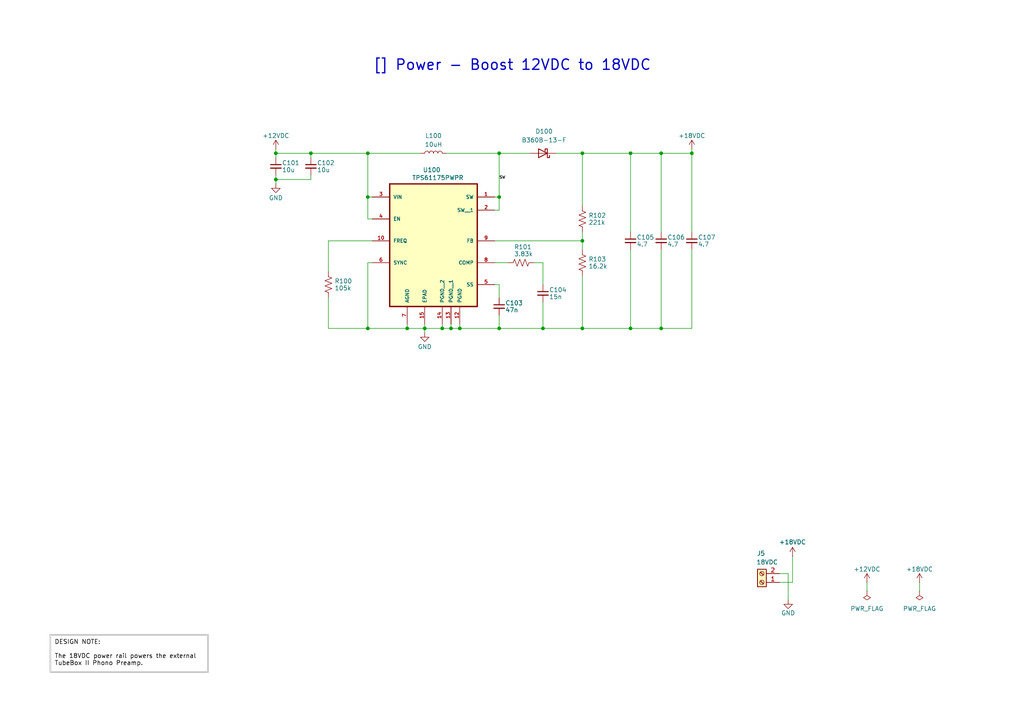
<source format=kicad_sch>
(kicad_sch (version 20250114) (generator "eeschema") (generator_version "9.0")
  (paper "A4")
  (title_block (title "Power - Boost 12VDC to 18VDC") (date "2025-07-13") (rev "1.2") (company "Wattle Labs"))
  (lib_symbols
    (symbol "Connector:Screw_Terminal_01x02" (pin_names (offset 1.016) (hide yes))
      (property "Reference" "J" (at 0 2.54 0))
      (property "Value" "Screw_Terminal_01x02" (at 0 -5.08 0))
      (symbol "Screw_Terminal_01x02_1_1"
        (rectangle (start -1.27 1.27) (end 1.27 -3.81) (stroke (width 0.254)) (fill (type background)))
        (polyline (pts (xy -0.5334 0.3302) (xy 0.3302 -0.508)) (stroke (width 0.1524)))
        (polyline (pts (xy -0.5334 -2.2098) (xy 0.3302 -3.048)) (stroke (width 0.1524)))
        (polyline (pts (xy -0.3556 0.508) (xy 0.508 -0.3302)) (stroke (width 0.1524)))
        (polyline (pts (xy -0.3556 -2.032) (xy 0.508 -2.8702)) (stroke (width 0.1524)))
        (circle (center 0 0) (radius 0.635) (stroke (width 0.1524)))
        (circle (center 0 -2.54) (radius 0.635) (stroke (width 0.1524)))
        (pin passive line (at -5.08 0 0) (length 3.81) (name "Pin_1") (number "1"))
        (pin passive line (at -5.08 -2.54 0) (length 3.81) (name "Pin_2") (number "2"))
      )
    )
    (symbol "Device:C_Small" (pin_numbers (hide yes)) (pin_names (offset 0.254) (hide yes))
      (property "Reference" "C" (at 0.254 1.778 0))
      (property "Value" "C_Small" (at 0.254 -2.032 0))
      (symbol "C_Small_0_1"
        (polyline (pts (xy -1.524 0.508) (xy 1.524 0.508)) (stroke (width 0.3048)))
        (polyline (pts (xy -1.524 -0.508) (xy 1.524 -0.508)) (stroke (width 0.3302)))
      )
      (symbol "C_Small_1_1"
        (pin passive line (at 0 2.54 270) (length 2.032) (name "~") (number "1"))
        (pin passive line (at 0 -2.54 90) (length 2.032) (name "~") (number "2"))
      )
    )
    (symbol "Device:D_Schottky" (pin_numbers (hide yes)) (pin_names (offset 1.016) (hide yes))
      (property "Reference" "D" (at 0 2.54 0))
      (property "Value" "D_Schottky" (at 0 -2.54 0))
      (symbol "D_Schottky_0_1"
        (polyline (pts (xy -1.905 0.635) (xy -1.905 1.27) (xy -1.27 1.27) (xy -1.27 -1.27) (xy -0.635 -1.27) (xy -0.635 -0.635)) (stroke (width 0.254)))
        (polyline (pts (xy 1.27 1.27) (xy 1.27 -1.27) (xy -1.27 0) (xy 1.27 1.27)) (stroke (width 0.254)))
        (polyline (pts (xy 1.27 0) (xy -1.27 0)))
      )
      (symbol "D_Schottky_1_1"
        (pin passive line (at -3.81 0 0) (length 2.54) (name "K") (number "1"))
        (pin passive line (at 3.81 0 180) (length 2.54) (name "A") (number "2"))
      )
    )
    (symbol "Device:L" (pin_numbers (hide yes)) (pin_names (offset 1.016) (hide yes))
      (property "Reference" "L" (at -1.27 0 90))
      (property "Value" "L" (at 1.905 0 90))
      (symbol "L_0_1"
        (arc (start 0 2.54) (mid 0.6323 1.905) (end 0 1.27))
        (arc (start 0 1.27) (mid 0.6323 0.635) (end 0 0))
        (arc (start 0 0) (mid 0.6323 -0.635) (end 0 -1.27))
        (arc (start 0 -1.27) (mid 0.6323 -1.905) (end 0 -2.54))
      )
      (symbol "L_1_1"
        (pin passive line (at 0 3.81 270) (length 1.27) (name "1") (number "1"))
        (pin passive line (at 0 -3.81 90) (length 1.27) (name "2") (number "2"))
      )
    )
    (symbol "Device:R_US" (pin_numbers (hide yes)) (pin_names (offset 0))
      (property "Reference" "R" (at 2.54 0 90))
      (property "Value" "R_US" (at -2.54 0 90))
      (symbol "R_US_0_1"
        (polyline (pts (xy 0 2.286) (xy 0 2.54)))
        (polyline (pts (xy 0 2.286) (xy 1.016 1.905) (xy 0 1.524) (xy -1.016 1.143) (xy 0 0.762)))
        (polyline (pts (xy 0 0.762) (xy 1.016 0.381) (xy 0 0) (xy -1.016 -0.381) (xy 0 -0.762)))
        (polyline (pts (xy 0 -0.762) (xy 1.016 -1.143) (xy 0 -1.524) (xy -1.016 -1.905) (xy 0 -2.286)))
        (polyline (pts (xy 0 -2.286) (xy 0 -2.54)))
      )
      (symbol "R_US_1_1"
        (pin passive line (at 0 3.81 270) (length 1.27) (name "~") (number "1"))
        (pin passive line (at 0 -3.81 90) (length 1.27) (name "~") (number "2"))
      )
    )
    (symbol "GND_1" (power) (pin_numbers (hide yes)) (pin_names (offset 0))
      (property "Value" "GND" (at 0 -3.81 0))
      (symbol "GND_1_0_1"
        (polyline (pts (xy 0 0) (xy 0 -1.27) (xy 1.27 -1.27) (xy 0 -2.54) (xy -1.27 -1.27) (xy 0 -1.27)))
      )
      (symbol "GND_1_1_1"
        (pin power_in line (at 0 0 270) (length 0) (name "~") (number "1"))
      )
    )
    (symbol "Wattle_Regulators:TPS61175PWPR" (pin_names (offset 1.016))
      (property "Reference" "U" (at -13.462 17.78 0))
      (property "Value" "TPS61175PWPR" (at -8.89 3.048 0))
      (symbol "TPS61175PWPR_0_0"
        (rectangle (start -13.97 16.51) (end 11.43 -19.05) (stroke (width 0.41)) (fill (type background)))
        (pin input line (at -19.05 12.7 0) (length 5.08) (name "VIN") (number "3"))
        (pin input line (at -19.05 6.35 0) (length 5.08) (name "EN") (number "4"))
        (pin output line (at -19.05 0 0) (length 5.08) (name "FREQ") (number "10"))
        (pin input line (at -19.05 -6.35 0) (length 5.08) (name "SYNC") (number "6"))
        (pin power_in line (at -8.89 -24.13 90) (length 5.08) (name "AGND") (number "7"))
        (pin power_in line (at -3.81 -24.13 90) (length 5.08) (name "EPAD") (number "15"))
        (pin power_in line (at 1.27 -24.13 90) (length 5.08) (name "PGND__2") (number "14"))
        (pin power_in line (at 3.81 -24.13 90) (length 5.08) (name "PGND__1") (number "13"))
        (pin power_in line (at 6.35 -24.13 90) (length 5.08) (name "PGND") (number "12"))
        (pin input line (at 16.51 12.7 180) (length 5.08) (name "SW") (number "1"))
        (pin input line (at 16.51 8.89 180) (length 5.08) (name "SW__1") (number "2"))
        (pin input line (at 16.51 0 180) (length 5.08) (name "FB") (number "9"))
        (pin output line (at 16.51 -6.35 180) (length 5.08) (name "COMP") (number "8"))
        (pin output line (at 16.51 -12.7 180) (length 5.08) (name "SS") (number "5"))
      )
    )
    (symbol "power:+12V" (power) (pin_numbers (hide yes)) (pin_names (offset 0) (hide yes))
      (property "Value" "+12V" (at 0 3.556 0))
      (symbol "+12V_0_1"
        (polyline (pts (xy -0.762 1.27) (xy 0 2.54)))
        (polyline (pts (xy 0 2.54) (xy 0.762 1.27)))
        (polyline (pts (xy 0 0) (xy 0 2.54)))
      )
      (symbol "+12V_1_1"
        (pin power_in line (at 0 0 90) (length 0) (name "~") (number "1"))
      )
    )
    (symbol "power:+15V" (power) (pin_numbers (hide yes)) (pin_names (offset 0) (hide yes))
      (property "Value" "+15V" (at 0 3.556 0))
      (symbol "+15V_0_1"
        (polyline (pts (xy -0.762 1.27) (xy 0 2.54)))
        (polyline (pts (xy 0 2.54) (xy 0.762 1.27)))
        (polyline (pts (xy 0 0) (xy 0 2.54)))
      )
      (symbol "+15V_1_1"
        (pin power_in line (at 0 0 90) (length 0) (name "~") (number "1"))
      )
    )
    (symbol "power:+5V" (power) (pin_numbers (hide yes)) (pin_names (offset 0) (hide yes))
      (property "Value" "+5V" (at 0 3.556 0))
      (symbol "+5V_0_1"
        (polyline (pts (xy -0.762 1.27) (xy 0 2.54)))
        (polyline (pts (xy 0 2.54) (xy 0.762 1.27)))
        (polyline (pts (xy 0 0) (xy 0 2.54)))
      )
      (symbol "+5V_1_1"
        (pin power_in line (at 0 0 90) (length 0) (name "~") (number "1"))
      )
    )
    (symbol "power:GND" (power) (pin_numbers (hide yes)) (pin_names (offset 0) (hide yes))
      (property "Value" "GND" (at 0 -3.81 0))
      (symbol "GND_0_1"
        (polyline (pts (xy 0 0) (xy 0 -1.27) (xy 1.27 -1.27) (xy 0 -2.54) (xy -1.27 -1.27) (xy 0 -1.27)))
      )
      (symbol "GND_1_1"
        (pin power_in line (at 0 0 270) (length 0) (name "~") (number "1"))
      )
    )
    (symbol "power:PWR_FLAG" (power) (pin_numbers (hide yes)) (pin_names (offset 0) (hide yes))
      (property "Value" "PWR_FLAG" (at 0 3.81 0))
      (symbol "PWR_FLAG_0_0"
        (pin power_out line (at 0 0 90) (length 0) (name "~") (number "1"))
      )
      (symbol "PWR_FLAG_0_1"
        (polyline (pts (xy 0 0) (xy 0 1.27) (xy -1.016 1.905) (xy 0 2.54) (xy 1.016 1.905) (xy 0 1.27)))
      )
    )
  )
  (text_box "DESIGN NOTE:\n\nThe 18VDC power rail powers the external TubeBox II Phono Preamp." (at 14.605 184.15 0) (size 45.72 10.795) (margins 1.2025 1.2025 1.2025 1.2025) (stroke (width 0.5) (color 200 200 200 1)) (effects (font (size 1.27 1.27)) (justify left top)))
  (text_box "[${#}] ${TITLE}" (at 12.065 12.065 0) (size 273.05 13.335) (margins 2.2499 2.2499 2.2499 2.2499) (stroke (width -0.0001)) (effects (font (size 3 3) (thickness 0.375))))
  (junction (at 168.91 95.25))
  (junction (at 168.91 44.45))
  (junction (at 106.68 44.45))
  (junction (at 182.88 44.45))
  (junction (at 80.01 52.07))
  (junction (at 80.01 44.45))
  (junction (at 133.35 95.25))
  (junction (at 128.27 95.25))
  (junction (at 157.48 95.25))
  (junction (at 106.68 95.25))
  (junction (at 106.68 57.15))
  (junction (at 191.77 95.25))
  (junction (at 191.77 44.45))
  (junction (at 168.91 69.85))
  (junction (at 144.78 57.15))
  (junction (at 90.17 44.45))
  (junction (at 200.66 44.45))
  (junction (at 144.78 44.45))
  (junction (at 182.88 95.25))
  (junction (at 123.19 95.25))
  (junction (at 144.78 95.25))
  (junction (at 118.11 95.25))
  (junction (at 130.81 95.25))
  (wire (pts (xy 168.91 95.25) (xy 157.48 95.25)))
  (wire (pts (xy 182.88 72.39) (xy 182.88 95.25)))
  (wire (pts (xy 144.78 44.45) (xy 144.78 57.15)))
  (wire (pts (xy 157.48 95.25) (xy 144.78 95.25)))
  (wire (pts (xy 106.68 76.2) (xy 106.68 95.25)))
  (wire (pts (xy 200.66 44.45) (xy 191.77 44.45)))
  (wire (pts (xy 182.88 67.31) (xy 182.88 44.45)))
  (wire (pts (xy 107.95 76.2) (xy 106.68 76.2)))
  (wire (pts (xy 157.48 87.63) (xy 157.48 95.25)))
  (wire (pts (xy 95.25 69.85) (xy 95.25 78.74)))
  (wire (pts (xy 106.68 44.45) (xy 121.92 44.45)))
  (wire (pts (xy 80.01 53.34) (xy 80.01 52.07)))
  (wire (pts (xy 80.01 50.8) (xy 80.01 52.07)))
  (wire (pts (xy 168.91 69.85) (xy 168.91 72.39)))
  (wire (pts (xy 144.78 44.45) (xy 153.67 44.45)))
  (wire (pts (xy 251.46 168.91) (xy 251.46 171.45)))
  (wire (pts (xy 107.95 69.85) (xy 95.25 69.85)))
  (wire (pts (xy 191.77 44.45) (xy 182.88 44.45)))
  (wire (pts (xy 80.01 44.45) (xy 90.17 44.45)))
  (wire (pts (xy 157.48 76.2) (xy 157.48 82.55)))
  (wire (pts (xy 130.81 93.98) (xy 130.81 95.25)))
  (wire (pts (xy 144.78 91.44) (xy 144.78 95.25)))
  (wire (pts (xy 168.91 59.69) (xy 168.91 44.45)))
  (wire (pts (xy 191.77 95.25) (xy 182.88 95.25)))
  (wire (pts (xy 144.78 82.55) (xy 144.78 86.36)))
  (wire (pts (xy 168.91 80.01) (xy 168.91 95.25)))
  (wire (pts (xy 154.94 76.2) (xy 157.48 76.2)))
  (wire (pts (xy 143.51 69.85) (xy 168.91 69.85)))
  (wire (pts (xy 128.27 95.25) (xy 123.19 95.25)))
  (wire (pts (xy 90.17 44.45) (xy 90.17 45.72)))
  (wire (pts (xy 106.68 44.45) (xy 106.68 57.15)))
  (wire (pts (xy 80.01 43.18) (xy 80.01 44.45)))
  (wire (pts (xy 118.11 95.25) (xy 118.11 93.98)))
  (wire (pts (xy 143.51 76.2) (xy 147.32 76.2)))
  (wire (pts (xy 266.7 168.91) (xy 266.7 171.45)))
  (wire (pts (xy 90.17 44.45) (xy 106.68 44.45)))
  (wire (pts (xy 182.88 44.45) (xy 168.91 44.45)))
  (wire (pts (xy 95.25 86.36) (xy 95.25 95.25)))
  (wire (pts (xy 168.91 44.45) (xy 161.29 44.45)))
  (wire (pts (xy 229.87 168.91) (xy 229.87 161.29)))
  (wire (pts (xy 200.66 95.25) (xy 191.77 95.25)))
  (wire (pts (xy 144.78 60.96) (xy 144.78 57.15)))
  (wire (pts (xy 200.66 67.31) (xy 200.66 44.45)))
  (wire (pts (xy 90.17 50.8) (xy 90.17 52.07)))
  (wire (pts (xy 123.19 95.25) (xy 118.11 95.25)))
  (wire (pts (xy 143.51 82.55) (xy 144.78 82.55)))
  (wire (pts (xy 191.77 72.39) (xy 191.77 95.25)))
  (wire (pts (xy 133.35 95.25) (xy 130.81 95.25)))
  (wire (pts (xy 182.88 95.25) (xy 168.91 95.25)))
  (wire (pts (xy 80.01 44.45) (xy 80.01 45.72)))
  (wire (pts (xy 144.78 95.25) (xy 133.35 95.25)))
  (wire (pts (xy 106.68 63.5) (xy 106.68 57.15)))
  (wire (pts (xy 106.68 57.15) (xy 107.95 57.15)))
  (wire (pts (xy 123.19 95.25) (xy 123.19 96.52)))
  (wire (pts (xy 129.54 44.45) (xy 144.78 44.45)))
  (wire (pts (xy 200.66 72.39) (xy 200.66 95.25)))
  (wire (pts (xy 226.06 166.37) (xy 228.6 166.37)))
  (wire (pts (xy 130.81 95.25) (xy 128.27 95.25)))
  (wire (pts (xy 80.01 52.07) (xy 90.17 52.07)))
  (wire (pts (xy 228.6 166.37) (xy 228.6 173.99)))
  (wire (pts (xy 133.35 93.98) (xy 133.35 95.25)))
  (wire (pts (xy 106.68 95.25) (xy 118.11 95.25)))
  (wire (pts (xy 168.91 69.85) (xy 168.91 67.31)))
  (wire (pts (xy 128.27 93.98) (xy 128.27 95.25)))
  (wire (pts (xy 144.78 57.15) (xy 143.51 57.15)))
  (wire (pts (xy 226.06 168.91) (xy 229.87 168.91)))
  (wire (pts (xy 107.95 63.5) (xy 106.68 63.5)))
  (wire (pts (xy 123.19 93.98) (xy 123.19 95.25)))
  (wire (pts (xy 200.66 43.18) (xy 200.66 44.45)))
  (wire (pts (xy 191.77 67.31) (xy 191.77 44.45)))
  (wire (pts (xy 95.25 95.25) (xy 106.68 95.25)))
  (wire (pts (xy 143.51 60.96) (xy 144.78 60.96)))
  (label "SW" (at 144.78 52.07 0) (effects (font (size 0.8 0.8))))
  (symbol (lib_id "Device:C_Small") (at 200.66 69.85 0) (unit 1)
    (property "Reference" "C207" (at 202.438 68.834 0) (effects (justify left)))
    (property "Value" "4.7" (at 202.438 70.866 0) (effects (justify left)))
    (property "Footprint" "Capacitor_SMD:C_0805_2012Metric" (effects (hide yes)))
    (property "Description" "CAP CER 4.7UF 50V X5R 0805" (effects (hide yes)))
    (property "Digikey_PN" "490-10751-1-ND" (effects (hide yes)))
    (instances (project "ES-Speed-Box-Controller" (path "" (reference "C107") (unit 1))) (project "ES-Speed-Box-Controller" (path "" (reference "C207") (unit 1))))
  )
  (symbol (lib_id "Device:C_Small") (at 80.01 48.26 0) (unit 1)
    (property "Reference" "C201" (at 81.788 47.244 0) (effects (justify left)))
    (property "Value" "10u" (at 81.788 49.276 0) (effects (justify left)))
    (property "Footprint" "Capacitor_SMD:C_0805_2012Metric" (effects (hide yes)))
    (property "Description" "CAP CER 10UF 35V X5R 0805" (effects (hide yes)))
    (property "Digikey_PN" "490-10515-1-ND" (effects (hide yes)))
    (instances (project "ES-Speed-Box-Controller" (path "" (reference "C101") (unit 1))) (project "ES-Speed-Box-Controller" (path "" (reference "C201") (unit 1))))
  )
  (symbol (lib_id "Device:C_Small") (at 157.48 85.09 0) (unit 1)
    (property "Reference" "C204" (at 159.258 84.074 0) (effects (justify left)))
    (property "Value" "15n" (at 159.258 86.106 0) (effects (justify left)))
    (property "Footprint" "Capacitor_SMD:C_0603_1608Metric" (effects (hide yes)))
    (property "Description" "CAP CER 0.015UF 50V X7R 0603" (effects (hide yes)))
    (property "Digikey_PN" "311-1430-1-ND" (effects (hide yes)))
    (instances (project "ES-Speed-Box-Controller" (path "" (reference "C104") (unit 1))) (project "ES-Speed-Box-Controller" (path "" (reference "C204") (unit 1))))
  )
  (symbol (lib_id "Device:C_Small") (at 191.77 69.85 0) (unit 1)
    (property "Reference" "C206" (at 193.548 68.834 0) (effects (justify left)))
    (property "Value" "4.7" (at 193.548 70.866 0) (effects (justify left)))
    (property "Footprint" "Capacitor_SMD:C_0805_2012Metric" (effects (hide yes)))
    (property "Description" "CAP CER 4.7UF 50V X5R 0805" (effects (hide yes)))
    (property "Digikey_PN" "490-10751-1-ND" (effects (hide yes)))
    (instances (project "ES-Speed-Box-Controller" (path "" (reference "C106") (unit 1))) (project "ES-Speed-Box-Controller" (path "" (reference "C206") (unit 1))))
  )
  (symbol (lib_id "power:+15V") (at 229.87 161.29 0) (unit 1)
    (property "Reference" "#PWR0205" (effects (hide yes)))
    (property "Value" "+18VDC" (at 229.87 157.226 0))
  )
  (symbol (lib_id "Device:C_Small") (at 144.78 88.9 0) (unit 1)
    (property "Reference" "C203" (at 146.558 87.884 0) (effects (justify left)))
    (property "Value" "47n" (at 146.558 89.916 0) (effects (justify left)))
    (property "Footprint" "Capacitor_SMD:C_0603_1608Metric" (effects (hide yes)))
    (property "Description" "CAP CER 0.047UF 50V X7R 0603" (effects (hide yes)))
    (property "Digikey_PN" "490-5854-1-ND" (effects (hide yes)))
    (instances (project "ES-Speed-Box-Controller" (path "" (reference "C103") (unit 1))) (project "ES-Speed-Box-Controller" (path "" (reference "C203") (unit 1))))
  )
  (symbol (lib_id "Device:C_Small") (at 90.17 48.26 0) (unit 1)
    (property "Reference" "C202" (at 91.948 47.244 0) (effects (justify left)))
    (property "Value" "10u" (at 91.948 49.276 0) (effects (justify left)))
    (property "Footprint" "Capacitor_SMD:C_0805_2012Metric" (effects (hide yes)))
    (property "Description" "CAP CER 10UF 35V X5R 0805" (effects (hide yes)))
    (property "Digikey_PN" "490-10515-1-ND" (effects (hide yes)))
    (instances (project "ES-Speed-Box-Controller" (path "" (reference "C102") (unit 1))) (project "ES-Speed-Box-Controller" (path "" (reference "C202") (unit 1))))
  )
  (symbol (lib_id "power:+12V") (at 251.46 168.91 0) (unit 1)
    (property "Reference" "#PWR0206" (effects (hide yes)))
    (property "Value" "+12VDC" (at 251.46 165.1 0))
    (instances (project "ES-Speed-Box-Controller" (path "" (reference "#PWR0106") (unit 1))) (project "ES-Speed-Box-Controller" (path "" (reference "#PWR0206") (unit 1))))
  )
  (symbol (lib_id "Wattle_Regulators:TPS61175PWPR") (at 127 69.85 0) (unit 1)
    (property "Reference" "U200" (at 125.222 49.276 0))
    (property "Value" "TPS61175PWPR" (at 127 51.562 0))
    (property "Footprint" "Wattle_Regulators:TPS61175" (effects (hide yes)))
    (property "Datasheet" "https://www.ti.com/general/docs/suppproductinfo.tsp?distId=10&gotoUrl=https%3A%2F%2Fwww.ti.com%2Flit%2Fgpn%2Ftps61175" (effects (hide yes)))
    (property "Description" "Boost, Flyback, SEPIC Switching Regulator IC Positive Adjustable 2.9V 1 Output 3A (Switch) 14-PowerTSSOP (0.173\", 4.40mm Width)" (effects (hide yes)))
    (property "Digikey_PN" "296-24013-1-ND" (effects (hide yes)))
    (instances (project "ES-Speed-Box-Controller" (path "" (reference "U100") (unit 1))) (project "ES-Speed-Box-Controller" (path "" (reference "U200") (unit 1))))
  )
  (symbol (lib_name "GND_1") (lib_id "power:GND") (at 123.19 96.52 0) (unit 1)
    (property "Reference" "#PWR0202" (effects (hide yes)))
    (property "Value" "GND" (at 123.19 100.584 0))
    (property "Description" "Power symbol creates a global label with name \"GND\" , ground" (effects (hide yes)))
    (instances (project "ES-Speed-Box-Controller" (path "" (reference "#PWR0102") (unit 1))) (project "ES-Speed-Box-Controller" (path "" (reference "#PWR0202") (unit 1))))
  )
  (symbol (lib_id "Device:C_Small") (at 182.88 69.85 0) (unit 1)
    (property "Reference" "C205" (at 184.658 68.834 0) (effects (justify left)))
    (property "Value" "4.7" (at 184.658 70.866 0) (effects (justify left)))
    (property "Footprint" "Capacitor_SMD:C_0805_2012Metric" (effects (hide yes)))
    (property "Description" "CAP CER 4.7UF 50V X5R 0805" (effects (hide yes)))
    (property "Digikey_PN" "490-10751-1-ND" (effects (hide yes)))
    (instances (project "ES-Speed-Box-Controller" (path "" (reference "C105") (unit 1))) (project "ES-Speed-Box-Controller" (path "" (reference "C205") (unit 1))))
  )
  (symbol (lib_id "Device:R_US") (at 95.25 82.55 0) (unit 1)
    (property "Reference" "R200" (at 97.028 81.534 0) (effects (justify left)))
    (property "Value" "105k" (at 97.028 83.566 0) (effects (justify left)))
    (property "Footprint" "Resistor_SMD:R_0603_1608Metric" (effects (hide yes)))
    (property "Description" "RES SMD 105K OHM 1% 1/10W 0603" (effects (hide yes)))
    (property "Digikey_PN" "13-AC0603FR-07105KLCT-ND" (effects (hide yes)))
    (instances (project "ES-Speed-Box-Controller" (path "" (reference "R100") (unit 1))) (project "ES-Speed-Box-Controller" (path "" (reference "R200") (unit 1))))
  )
  (symbol (lib_id "power:+5V") (at 266.7 168.91 0) (unit 1)
    (property "Reference" "#PWR0207" (effects (hide yes)))
    (property "Value" "+18VDC" (at 266.7 165.1 0))
    (property "Description" "Power symbol creates a global label with name \"+5V\"" (effects (hide yes)))
    (instances (project "ES-Speed-Box-Controller" (path "" (reference "#PWR0107") (unit 1))) (project "ES-Speed-Box-Controller" (path "" (reference "#PWR0207") (unit 1))))
  )
  (symbol (lib_id "power:PWR_FLAG") (at 251.46 171.45 180) (unit 1)
    (property "Reference" "#FLG0200" (effects (hide yes)))
    (property "Value" "PWR_FLAG" (at 251.46 176.53 0))
    (property "Description" "Special symbol for telling ERC where power comes from" (effects (hide yes)))
    (instances (project "ES-Speed-Box-Controller" (path "" (reference "#FLG0100") (unit 1))) (project "ES-Speed-Box-Controller" (path "" (reference "#FLG0200") (unit 1))))
  )
  (symbol (lib_id "power:GND") (at 228.6 173.99 0) (unit 1)
    (property "Reference" "#PWR0204" (effects (hide yes)))
    (property "Value" "GND" (at 228.6 177.8 0))
    (property "Description" "Power symbol creates a global label with name \"GND\" , ground" (effects (hide yes)))
  )
  (symbol (lib_id "power:+12V") (at 80.01 43.18 0) (unit 1)
    (property "Reference" "#PWR0200" (effects (hide yes)))
    (property "Value" "+12VDC" (at 80.01 39.37 0))
    (instances (project "ES-Speed-Box-Controller" (path "" (reference "#PWR0100") (unit 1))) (project "ES-Speed-Box-Controller" (path "" (reference "#PWR0200") (unit 1))))
  )
  (symbol (lib_name "GND_1") (lib_id "power:GND") (at 80.01 53.34 0) (unit 1)
    (property "Reference" "#PWR0201" (effects (hide yes)))
    (property "Value" "GND" (at 80.01 57.404 0))
    (property "Description" "Power symbol creates a global label with name \"GND\" , ground" (effects (hide yes)))
    (instances (project "ES-Speed-Box-Controller" (path "" (reference "#PWR0101") (unit 1))) (project "ES-Speed-Box-Controller" (path "" (reference "#PWR0201") (unit 1))))
  )
  (symbol (lib_id "Connector:Screw_Terminal_01x02") (at 220.98 168.91 180) (unit 1) (in_bom no)
    (property "Reference" "J5" (at 220.726 160.528 0))
    (property "Value" "18VDC" (at 222.504 163.068 0))
    (property "Footprint" "Wattle_Connectors:TerminalBlock_1x02_P5.00mm" (effects (hide yes)))
    (property "Description" "Generic screw terminal, single row, 01x02, script generated (kicad-library-utils/schlib/autogen/connector/)" (effects (hide yes)))
    (property "Silk" "PHONEBOX OUT" (effects (hide yes)))
  )
  (symbol (lib_id "power:+5V") (at 200.66 43.18 0) (unit 1)
    (property "Reference" "#PWR0203" (effects (hide yes)))
    (property "Value" "+18VDC" (at 200.66 39.37 0))
    (property "Description" "Power symbol creates a global label with name \"+5V\"" (effects (hide yes)))
    (instances (project "ES-Speed-Box-Controller" (path "" (reference "#PWR0103") (unit 1))) (project "ES-Speed-Box-Controller" (path "" (reference "#PWR0203") (unit 1))))
  )
  (symbol (lib_id "Device:R_US") (at 151.13 76.2 90) (unit 1)
    (property "Reference" "R201" (at 149.098 71.628 90) (effects (justify right)))
    (property "Value" "3.83k" (at 149.098 73.66 90) (effects (justify right)))
    (property "Footprint" "Resistor_SMD:R_0603_1608Metric" (effects (hide yes)))
    (property "Description" "RES SMD 105K OHM 1% 1/10W 0603" (effects (hide yes)))
    (property "Digikey_PN" "311-3.83KHRCT-ND" (effects (hide yes)))
    (instances (project "ES-Speed-Box-Controller" (path "" (reference "R101") (unit 1))) (project "ES-Speed-Box-Controller" (path "" (reference "R201") (unit 1))))
  )
  (symbol (lib_id "Device:R_US") (at 168.91 63.5 0) (unit 1)
    (property "Reference" "R202" (at 170.688 62.484 0) (effects (justify left)))
    (property "Value" "221k" (at 170.688 64.516 0) (effects (justify left)))
    (property "Footprint" "Resistor_SMD:R_0603_1608Metric" (effects (hide yes)))
    (property "Description" "RES SMD 221K OHM 1% 1/10W 0603" (effects (hide yes)))
    (property "Digikey_PN" "311-221KHRCT-ND" (effects (hide yes)))
    (instances (project "ES-Speed-Box-Controller" (path "" (reference "R102") (unit 1))) (project "ES-Speed-Box-Controller" (path "" (reference "R202") (unit 1))))
  )
  (symbol (lib_id "Device:D_Schottky") (at 157.48 44.45 180) (unit 1)
    (property "Reference" "D200" (at 157.7975 38.1 0))
    (property "Value" "B360B-13-F" (at 157.7975 40.64 0))
    (property "Footprint" "Diode_SMD:D_SMB" (effects (hide yes)))
    (property "Description" "DIODE SCHOTTKY 60V 3A SMB" (effects (hide yes)))
    (property "Digikey_PN" "B360B-FDICT-ND" (effects (hide yes)))
    (instances (project "ES-Speed-Box-Controller" (path "" (reference "D100") (unit 1))) (project "ES-Speed-Box-Controller" (path "" (reference "D200") (unit 1))))
  )
  (symbol (lib_id "Device:L") (at 125.73 44.45 90) (unit 1)
    (property "Reference" "L200" (at 125.73 39.37 90))
    (property "Value" "10uH" (at 125.73 41.91 90))
    (property "Footprint" "Wattle_Inductors:Bournes_SRP5030T-100M" (effects (hide yes)))
    (property "Description" "FIXED IND 10UH 2.75A 128MOHM SMD" (effects (hide yes)))
    (property "Digikey_PN" "SRP5030T-100MCT-ND" (effects (hide yes)))
    (instances (project "ES-Speed-Box-Controller" (path "" (reference "L100") (unit 1))) (project "ES-Speed-Box-Controller" (path "" (reference "L200") (unit 1))))
  )
  (symbol (lib_id "Device:R_US") (at 168.91 76.2 0) (unit 1)
    (property "Reference" "R203" (at 170.688 75.184 0) (effects (justify left)))
    (property "Value" "16.2k" (at 170.688 77.216 0) (effects (justify left)))
    (property "Footprint" "Resistor_SMD:R_0603_1608Metric" (effects (hide yes)))
    (property "Description" "RES SMD 16.2K OHM 1% 1/10W 0603" (effects (hide yes)))
    (property "Digikey_PN" "311-16.2KHRCT-ND" (effects (hide yes)))
    (instances (project "ES-Speed-Box-Controller" (path "" (reference "R103") (unit 1))) (project "ES-Speed-Box-Controller" (path "" (reference "R203") (unit 1))))
  )
  (symbol (lib_id "power:PWR_FLAG") (at 266.7 171.45 180) (unit 1)
    (property "Reference" "#FLG0201" (effects (hide yes)))
    (property "Value" "PWR_FLAG" (at 266.7 176.53 0))
    (property "Description" "Special symbol for telling ERC where power comes from" (effects (hide yes)))
    (instances (project "ES-Speed-Box-Controller" (path "" (reference "#FLG0101") (unit 1))) (project "ES-Speed-Box-Controller" (path "" (reference "#FLG0201") (unit 1))))
  )
)
</source>
